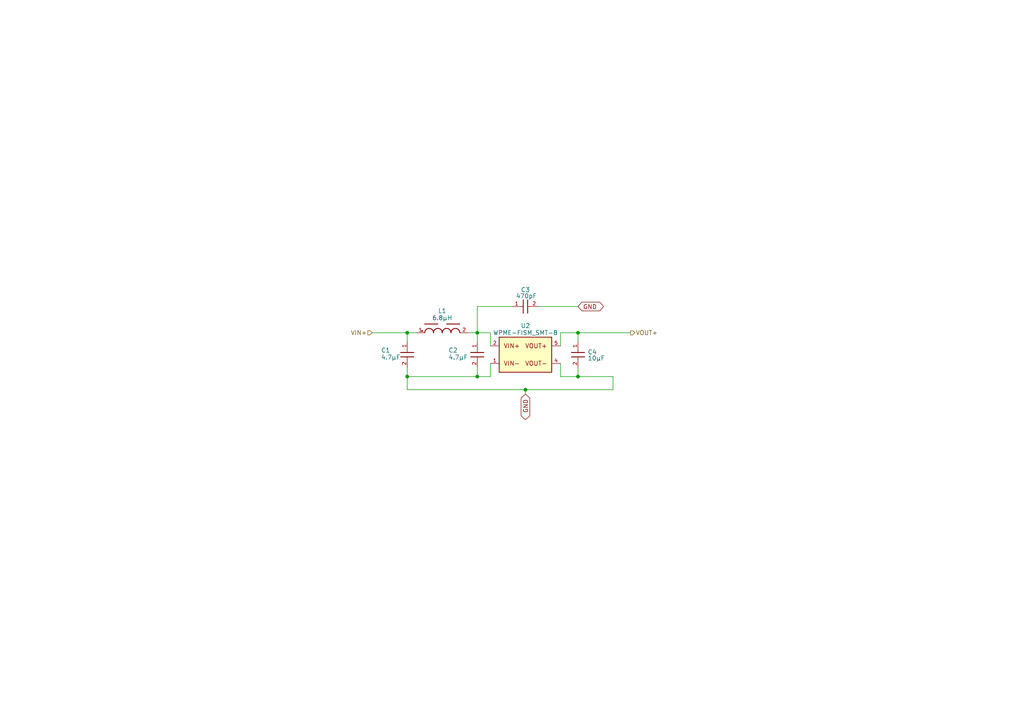
<source format=kicad_sch>
(kicad_sch (version 20231120) (generator "eeschema") (generator_version "8.0")
  (paper "A4")
  (lib_symbols
    (symbol "WCAP-CSGP_1210_H2.0:WCAP-CSGP_1210_H2.0" (pin_names (offset 1.016))
      (property "Reference" "C" (at 1.27 2.54 0))
      (property "Value" "WCAP-CSGP_1210_H2.0" (at 1.27 -5.08 0))
      (symbol "WCAP-CSGP_1210_H2.0_0_0"
        (polyline (pts (xy 0 0) (xy 0.6426 0)) (stroke (width 0.1524)))
        (polyline (pts (xy 0.635 -1.905) (xy 0.635 1.905)) (stroke (width 0.254)))
        (polyline (pts (xy 1.905 1.905) (xy 1.905 -1.905)) (stroke (width 0.254)))
        (polyline (pts (xy 1.9279 0) (xy 2.5705 0)) (stroke (width 0.1524)))
        (pin passive line (at -2.54 0 0) (length 2.54) (name "~") (number "1"))
        (pin passive line (at 5.08 0 180) (length 2.54) (name "~") (number "2"))
      )
    )
    (symbol "WCAP-CSMH_1808_H2.0:WCAP-CSMH_1808_H2.0" (pin_names (offset 1.016))
      (property "Reference" "C" (at 1.27 2.54 0))
      (property "Value" "WCAP-CSMH_1808_H2.0" (at 1.27 -5.08 0))
      (symbol "WCAP-CSMH_1808_H2.0_0_0"
        (polyline (pts (xy 0 0) (xy 0.6426 0)) (stroke (width 0.1524)))
        (polyline (pts (xy 0.635 -1.905) (xy 0.635 1.905)) (stroke (width 0.254)))
        (polyline (pts (xy 1.905 1.905) (xy 1.905 -1.905)) (stroke (width 0.254)))
        (polyline (pts (xy 1.9279 0) (xy 2.5705 0)) (stroke (width 0.1524)))
        (pin passive line (at -2.54 0 0) (length 2.54) (name "~") (number "1"))
        (pin passive line (at 5.08 0 180) (length 2.54) (name "~") (number "2"))
      )
    )
    (symbol "WE-PD2_4532:WE-PD2_4532" (pin_names (offset 1.016))
      (property "Reference" "L" (at 0 3.81 0))
      (property "Value" "WE-PD2_4532" (at 0 -2.54 0))
      (symbol "WE-PD2_4532_0_0"
        (circle (center -5.842 0.508) (radius 0.127) (stroke (width 0.254)))
        (arc (start -2.54 0) (mid -3.81 1.2645) (end -5.08 0) (stroke (width 0.254)))
        (arc (start 0 0) (mid -1.27 1.2645) (end -2.54 0) (stroke (width 0.254)))
        (polyline (pts (xy -1.27 2.54) (xy -5.08 2.54)) (stroke (width 0.254)))
        (polyline (pts (xy 5.08 2.54) (xy 1.27 2.54)) (stroke (width 0.254)))
        (arc (start 2.54 0) (mid 1.27 1.2645) (end 0 0) (stroke (width 0.254)))
        (arc (start 5.08 0) (mid 3.81 1.2645) (end 2.54 0) (stroke (width 0.254)))
        (pin passive line (at -7.62 0 0) (length 2.54) (name "~") (number "1"))
        (pin passive line (at 7.62 0 180) (length 2.54) (name "~") (number "2"))
      )
    )
    (symbol "WPME-FISM_SMT-8:WPME-FISM_SMT-8" (pin_names (offset 1.016))
      (property "Reference" "U" (at 0 6.35 0))
      (property "Value" "WPME-FISM_SMT-8" (at 0 -7.62 0))
      (symbol "WPME-FISM_SMT-8_0_0"
        (rectangle (start -7.62 -5.08) (end 7.62 5.08) (stroke (width 0.254)) (fill (type background)))
        (text "VIN+" (at -6.35 2.54 0) (effects (font (size 1.27 1.27)) (justify left)))
        (text "VIN-" (at -6.35 -2.54 0) (effects (font (size 1.27 1.27)) (justify left)))
        (text "VOUT+" (at 6.35 2.54 0) (effects (font (size 1.27 1.27)) (justify right)))
        (text "VOUT-" (at 6.35 -2.54 0) (effects (font (size 1.27 1.27)) (justify right)))
        (pin input line (at -10.16 -2.54 0) (length 2.54) (name "~") (number "1"))
        (pin input line (at -10.16 2.54 0) (length 2.54) (name "~") (number "2"))
        (pin output line (at 10.16 -2.54 180) (length 2.54) (name "~") (number "4"))
        (pin output line (at 10.16 2.54 180) (length 2.54) (name "~") (number "5"))
      )
    )
  )
  (junction (at 167.64 109.22))
  (junction (at 118.11 96.52))
  (junction (at 152.4 113.03))
  (junction (at 138.43 109.22))
  (junction (at 138.43 96.52))
  (junction (at 118.11 109.22))
  (junction (at 167.64 96.52))
  (wire (pts (xy 177.8 109.22) (xy 177.8 113.03)))
  (wire (pts (xy 167.64 106.68) (xy 167.64 109.22)))
  (wire (pts (xy 138.43 106.68) (xy 138.43 109.22)))
  (wire (pts (xy 107.95 96.52) (xy 118.11 96.52)))
  (wire (pts (xy 135.89 96.52) (xy 138.43 96.52)))
  (wire (pts (xy 138.43 96.52) (xy 138.43 99.06)))
  (wire (pts (xy 142.24 105.41) (xy 142.24 109.22)))
  (wire (pts (xy 162.56 109.22) (xy 167.64 109.22)))
  (wire (pts (xy 167.64 96.52) (xy 167.64 99.06)))
  (wire (pts (xy 118.11 96.52) (xy 118.11 99.06)))
  (wire (pts (xy 118.11 109.22) (xy 118.11 113.03)))
  (wire (pts (xy 152.4 113.03) (xy 177.8 113.03)))
  (wire (pts (xy 118.11 109.22) (xy 138.43 109.22)))
  (wire (pts (xy 152.4 113.03) (xy 152.4 114.3)))
  (wire (pts (xy 162.56 105.41) (xy 162.56 109.22)))
  (wire (pts (xy 167.64 96.52) (xy 182.88 96.52)))
  (wire (pts (xy 138.43 96.52) (xy 138.43 88.9)))
  (wire (pts (xy 118.11 113.03) (xy 152.4 113.03)))
  (wire (pts (xy 142.24 100.33) (xy 142.24 96.52)))
  (wire (pts (xy 118.11 106.68) (xy 118.11 109.22)))
  (wire (pts (xy 156.21 88.9) (xy 167.64 88.9)))
  (wire (pts (xy 118.11 96.52) (xy 120.65 96.52)))
  (wire (pts (xy 138.43 96.52) (xy 142.24 96.52)))
  (wire (pts (xy 138.43 109.22) (xy 142.24 109.22)))
  (wire (pts (xy 167.64 109.22) (xy 177.8 109.22)))
  (wire (pts (xy 162.56 96.52) (xy 167.64 96.52)))
  (wire (pts (xy 138.43 88.9) (xy 148.59 88.9)))
  (wire (pts (xy 162.56 100.33) (xy 162.56 96.52)))
  (global_label "GND" (shape bidirectional) (at 152.4 114.3 270) (property "Intersheetrefs" "${INTERSHEET_REFS}" (effects (hide yes))))
  (global_label "GND" (shape bidirectional) (at 167.64 88.9 0) (property "Intersheetrefs" "${INTERSHEET_REFS}" (effects (hide yes))))
  (hierarchical_label "VOUT+" (shape output) (at 182.88 96.52 0))
  (hierarchical_label "VIN+" (shape input) (at 107.95 96.52 180))
  (symbol (lib_id "WE-PD2_4532:WE-PD2_4532") (at 128.27 96.52 0) (unit 1)
    (property "Reference" "L1" (at 128.27 90.17 0))
    (property "Value" "6.8µH" (at 128.27 92.202 0))
    (property "Footprint" "footprints:WE-PD2_4532" (effects (hide yes)))
  )
  (symbol (lib_id "WCAP-CSGP_1210_H2.0:WCAP-CSGP_1210_H2.0") (at 167.64 101.6 270) (unit 1)
    (property "Reference" "C4" (at 170.434 102.108 90) (effects (justify left)))
    (property "Value" "10µF" (at 170.434 103.886 90) (effects (justify left)))
    (property "Footprint" "footprints:WCAP-CSGP_1210_H2.0" (effects (hide yes)))
  )
  (symbol (lib_id "WCAP-CSMH_1808_H2.0:WCAP-CSMH_1808_H2.0") (at 151.13 88.9 0) (unit 1)
    (property "Reference" "C3" (at 152.4 84.074 0))
    (property "Value" "470pF" (at 152.654 85.852 0))
    (property "Footprint" "footprints:WCAP-CSMH_1808_H2.0" (effects (hide yes)))
  )
  (symbol (lib_id "WCAP-CSGP_1210_H2.0:WCAP-CSGP_1210_H2.0") (at 118.11 101.6 270) (unit 1)
    (property "Reference" "C1" (at 110.49 101.6 90) (effects (justify left)))
    (property "Value" "4.7µF" (at 110.49 103.632 90) (effects (justify left)))
    (property "Footprint" "footprints:WCAP-CSGP_1210_H2.0" (effects (hide yes)))
  )
  (symbol (lib_id "WPME-FISM_SMT-8:WPME-FISM_SMT-8") (at 152.4 102.87 0) (unit 1)
    (property "Reference" "U2" (at 152.4 94.488 0))
    (property "Value" "WPME-FISM_SMT-8" (at 152.4 96.52 0))
    (property "Footprint" "footprints:WPME-FISM_SMT-8_L13.2W11.4H7.25" (effects (hide yes)))
  )
  (symbol (lib_id "WCAP-CSGP_1210_H2.0:WCAP-CSGP_1210_H2.0") (at 138.43 101.6 270) (unit 1)
    (property "Reference" "C2" (at 130.048 101.6 90) (effects (justify left)))
    (property "Value" "4.7µF" (at 130.048 103.632 90) (effects (justify left)))
    (property "Footprint" "footprints:WCAP-CSGP_1210_H2.0" (effects (hide yes)))
  )
)
</source>
